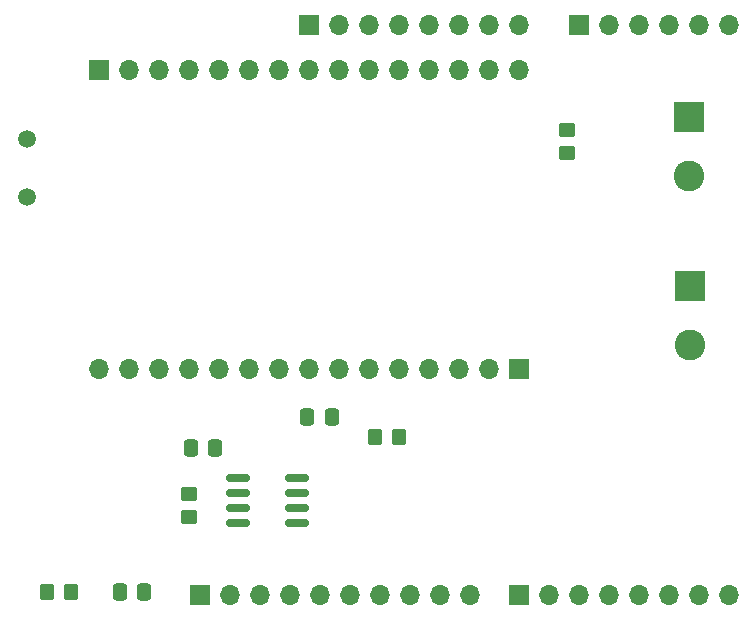
<source format=gbr>
%TF.GenerationSoftware,KiCad,Pcbnew,8.0.2*%
%TF.CreationDate,2024-05-23T15:50:06-04:00*%
%TF.ProjectId,ORA_Arduino_ESP_CAN_Shield_Rev_1.1,4f52415f-4172-4647-9569-6e6f5f455350,rev?*%
%TF.SameCoordinates,Original*%
%TF.FileFunction,Soldermask,Top*%
%TF.FilePolarity,Negative*%
%FSLAX46Y46*%
G04 Gerber Fmt 4.6, Leading zero omitted, Abs format (unit mm)*
G04 Created by KiCad (PCBNEW 8.0.2) date 2024-05-23 15:50:06*
%MOMM*%
%LPD*%
G01*
G04 APERTURE LIST*
G04 Aperture macros list*
%AMRoundRect*
0 Rectangle with rounded corners*
0 $1 Rounding radius*
0 $2 $3 $4 $5 $6 $7 $8 $9 X,Y pos of 4 corners*
0 Add a 4 corners polygon primitive as box body*
4,1,4,$2,$3,$4,$5,$6,$7,$8,$9,$2,$3,0*
0 Add four circle primitives for the rounded corners*
1,1,$1+$1,$2,$3*
1,1,$1+$1,$4,$5*
1,1,$1+$1,$6,$7*
1,1,$1+$1,$8,$9*
0 Add four rect primitives between the rounded corners*
20,1,$1+$1,$2,$3,$4,$5,0*
20,1,$1+$1,$4,$5,$6,$7,0*
20,1,$1+$1,$6,$7,$8,$9,0*
20,1,$1+$1,$8,$9,$2,$3,0*%
G04 Aperture macros list end*
%ADD10RoundRect,0.250000X-0.450000X0.350000X-0.450000X-0.350000X0.450000X-0.350000X0.450000X0.350000X0*%
%ADD11RoundRect,0.250000X0.450000X-0.350000X0.450000X0.350000X-0.450000X0.350000X-0.450000X-0.350000X0*%
%ADD12RoundRect,0.250000X-0.337500X-0.475000X0.337500X-0.475000X0.337500X0.475000X-0.337500X0.475000X0*%
%ADD13R,1.700000X1.700000*%
%ADD14O,1.700000X1.700000*%
%ADD15RoundRect,0.250000X-0.350000X-0.450000X0.350000X-0.450000X0.350000X0.450000X-0.350000X0.450000X0*%
%ADD16RoundRect,0.250000X0.337500X0.475000X-0.337500X0.475000X-0.337500X-0.475000X0.337500X-0.475000X0*%
%ADD17RoundRect,0.150000X-0.825000X-0.150000X0.825000X-0.150000X0.825000X0.150000X-0.825000X0.150000X0*%
%ADD18RoundRect,0.250000X0.350000X0.450000X-0.350000X0.450000X-0.350000X-0.450000X0.350000X-0.450000X0*%
%ADD19R,2.600000X2.600000*%
%ADD20C,2.600000*%
%ADD21C,1.500000*%
G04 APERTURE END LIST*
D10*
%TO.C,R1*%
X41615000Y-64980000D03*
X41615000Y-66980000D03*
%TD*%
D11*
%TO.C,TR1*%
X73610000Y-36160000D03*
X73610000Y-34160000D03*
%TD*%
D12*
%TO.C,C2*%
X41727500Y-61130000D03*
X43802500Y-61130000D03*
%TD*%
D13*
%TO.C,Digital_1*%
X42560000Y-73580000D03*
D14*
X45100000Y-73580000D03*
X47640000Y-73580000D03*
X50180000Y-73580000D03*
X52720000Y-73580000D03*
X55260000Y-73580000D03*
X57800000Y-73580000D03*
X60340000Y-73580000D03*
X62880000Y-73580000D03*
X65420000Y-73580000D03*
%TD*%
D12*
%TO.C,C1*%
X35712500Y-73310000D03*
X37787500Y-73310000D03*
%TD*%
D13*
%TO.C,Power_1*%
X51715000Y-25320000D03*
D14*
X54255000Y-25320000D03*
X56795000Y-25320000D03*
X59335000Y-25320000D03*
X61875000Y-25320000D03*
X64415000Y-25320000D03*
X66955000Y-25320000D03*
X69495000Y-25320000D03*
%TD*%
D15*
%TO.C,R3*%
X57375000Y-60220000D03*
X59375000Y-60220000D03*
%TD*%
D13*
%TO.C,Analog_1*%
X74570000Y-25310000D03*
D14*
X77110000Y-25310000D03*
X79650000Y-25310000D03*
X82190000Y-25310000D03*
X84730000Y-25310000D03*
X87270000Y-25310000D03*
%TD*%
D16*
%TO.C,C3*%
X53690000Y-58500000D03*
X51615000Y-58500000D03*
%TD*%
D13*
%TO.C,Digital_2*%
X69490000Y-73580000D03*
D14*
X72030000Y-73580000D03*
X74570000Y-73580000D03*
X77110000Y-73580000D03*
X79650000Y-73580000D03*
X82190000Y-73580000D03*
X84730000Y-73580000D03*
X87270000Y-73580000D03*
%TD*%
D17*
%TO.C,U3*%
X45750000Y-63615000D03*
X45750000Y-64885000D03*
X45750000Y-66155000D03*
X45750000Y-67425000D03*
X50700000Y-67425000D03*
X50700000Y-66155000D03*
X50700000Y-64885000D03*
X50700000Y-63615000D03*
%TD*%
D18*
%TO.C,R2*%
X31600000Y-73270000D03*
X29600000Y-73270000D03*
%TD*%
D13*
%TO.C,EN_1*%
X69530000Y-54460000D03*
D14*
X66990000Y-54460000D03*
X64450000Y-54460000D03*
X61910000Y-54460000D03*
X59370000Y-54460000D03*
X56830000Y-54460000D03*
X54290000Y-54460000D03*
X51750000Y-54460000D03*
X49210000Y-54460000D03*
X46670000Y-54460000D03*
X44130000Y-54460000D03*
X41590000Y-54460000D03*
X39050000Y-54460000D03*
X36510000Y-54460000D03*
X33970000Y-54460000D03*
%TD*%
D19*
%TO.C,J1*%
X83990000Y-47420000D03*
D20*
X83990000Y-52420000D03*
%TD*%
D19*
%TO.C,J2*%
X83940000Y-33110000D03*
D20*
X83940000Y-38110000D03*
%TD*%
D13*
%TO.C,BOOT_1*%
X33970000Y-29110000D03*
D14*
X36510000Y-29110000D03*
X39050000Y-29110000D03*
X41590000Y-29110000D03*
X44130000Y-29110000D03*
X46670000Y-29110000D03*
X49210000Y-29110000D03*
X51750000Y-29110000D03*
X54290000Y-29110000D03*
X56830000Y-29110000D03*
X59370000Y-29110000D03*
X61910000Y-29110000D03*
X64450000Y-29110000D03*
X66990000Y-29110000D03*
X69530000Y-29110000D03*
%TD*%
D21*
%TO.C,Y1*%
X27865000Y-39870000D03*
X27865000Y-34990000D03*
%TD*%
M02*

</source>
